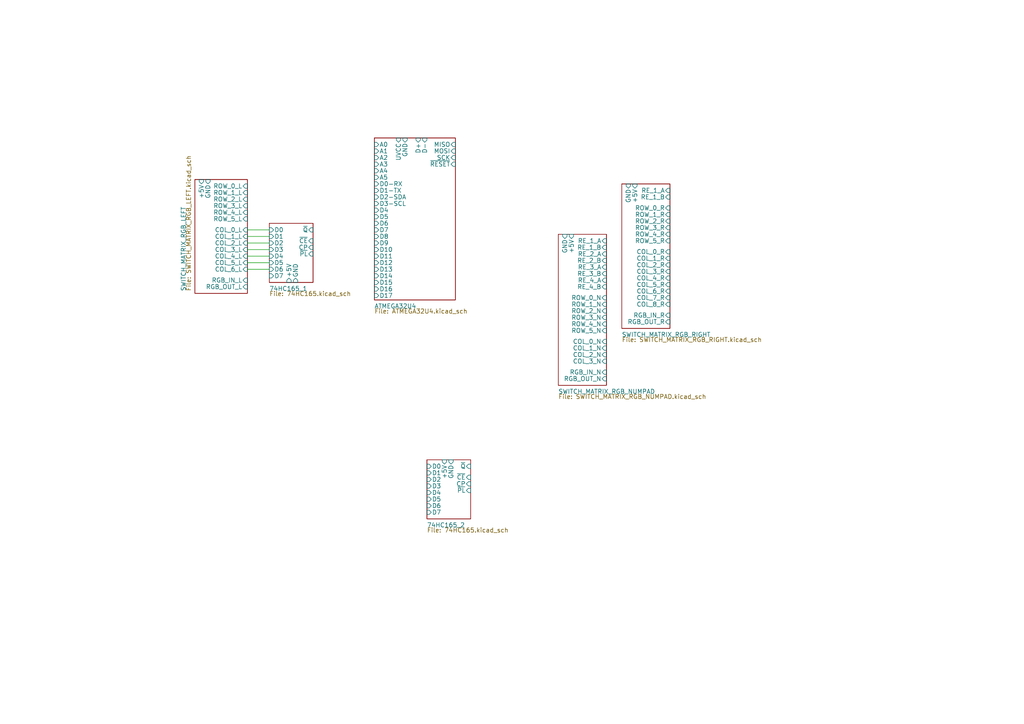
<source format=kicad_sch>
(kicad_sch (version 20230121) (generator eeschema)
  (paper "A4")
  (lib_symbols)
  (wire (pts (xy 71.755 66.675) (xy 78.105 66.675)))
  (wire (pts (xy 71.755 68.58) (xy 78.105 68.58)))
  (wire (pts (xy 71.755 72.39) (xy 78.105 72.39)))
  (wire (pts (xy 71.755 78.105) (xy 78.105 78.105)))
  (wire (pts (xy 71.755 74.295) (xy 78.105 74.295)))
  (wire (pts (xy 71.755 70.485) (xy 78.105 70.485)))
  (wire (pts (xy 71.755 76.2) (xy 78.105 76.2)))
  (sheet (at 108.585 40.005) (size 23.495 46.99) (stroke (width 0.1524))
    (property "Sheetname" "ATMEGA32U4" (at 108.585 89.535 0) (effects (justify left bottom)))
    (property "Sheetfile" "ATMEGA32U4.kicad_sch" (at 108.585 89.535 0) (effects (justify left top)))
    (pin "A1" input (at 108.585 43.815 180))
    (pin "A2" input (at 108.585 45.72 180))
    (pin "UVCC" input (at 115.57 40.005 90))
    (pin "D17" input (at 108.585 85.725 180))
    (pin "D1-TX" input (at 108.585 55.245 180))
    (pin "D11" input (at 108.585 74.295 180))
    (pin "D3-SCL" input (at 108.585 59.055 180))
    (pin "D0-RX" input (at 108.585 53.34 180))
    (pin "D10" input (at 108.585 72.39 180))
    (pin "D2-SDA" input (at 108.585 57.15 180))
    (pin "MISO" input (at 132.08 41.91 0))
    (pin "MOSI" input (at 132.08 43.815 0))
    (pin "SCK" input (at 132.08 45.72 0))
    (pin "D8" input (at 108.585 68.58 180))
    (pin "D9" input (at 108.585 70.485 180))
    (pin "D+" input (at 121.285 40.005 90))
    (pin "D-" input (at 123.19 40.005 90))
    (pin "D4" input (at 108.585 60.96 180))
    (pin "A0" input (at 108.585 41.91 180))
    (pin "D13" input (at 108.585 78.105 180))
    (pin "D6" input (at 108.585 64.77 180))
    (pin "D5" input (at 108.585 62.865 180))
    (pin "D12" input (at 108.585 76.2 180))
    (pin "D7" input (at 108.585 66.675 180))
    (pin "A4" input (at 108.585 49.53 180))
    (pin "A3" input (at 108.585 47.625 180))
    (pin "A5" input (at 108.585 51.435 180))
    (pin "D15" input (at 108.585 81.915 180))
    (pin "D16" input (at 108.585 83.82 180))
    (pin "D14" input (at 108.585 80.01 180))
    (pin "GND" input (at 117.475 40.005 90))
    (pin "~{RESET}" input (at 132.08 47.625 0))
  )
  (sheet (at 123.825 133.35) (size 12.7 17.145) (stroke (width 0.1524))
    (property "Sheetname" "74HC165_2" (at 123.825 153.035 0) (effects (justify left bottom)))
    (property "Sheetfile" "74HC165.kicad_sch" (at 123.825 153.035 0) (effects (justify left top)))
    (pin "D0" input (at 123.825 135.255 180))
    (pin "D1" input (at 123.825 137.16 180))
    (pin "~{Q}" input (at 136.525 135.255 0))
    (pin "~{CE}" input (at 136.525 138.43 0))
    (pin "~{PL}" input (at 136.525 142.24 0))
    (pin "CP" input (at 136.525 140.335 0))
    (pin "D2" input (at 123.825 139.065 180))
    (pin "D5" input (at 123.825 144.78 180))
    (pin "D4" input (at 123.825 142.875 180))
    (pin "D6" input (at 123.825 146.685 180))
    (pin "D3" input (at 123.825 140.97 180))
    (pin "D7" input (at 123.825 148.59 180))
    (pin "+5V" input (at 128.905 133.35 90))
    (pin "GND" input (at 130.81 133.35 90))
  )
  (sheet (at 180.34 53.34) (size 13.97 41.91) (stroke (width 0.1524))
    (property "Sheetname" "SWITCH_MATRIX_RGB_RIGHT" (at 180.34 97.79 0) (effects (justify left bottom)))
    (property "Sheetfile" "SWITCH_MATRIX_RGB_RIGHT.kicad_sch" (at 180.34 97.79 0) (effects (justify left top)))
    (pin "RE_1_A" input (at 194.31 55.245 0))
    (pin "COL_1_R" input (at 194.31 74.93 0))
    (pin "COL_0_R" input (at 194.31 73.025 0))
    (pin "COL_2_R" input (at 194.31 76.835 0))
    (pin "RE_1_B" input (at 194.31 57.15 0))
    (pin "GND" input (at 182.245 53.34 90))
    (pin "+5V" input (at 184.15 53.34 90))
    (pin "COL_4_R" input (at 194.31 80.645 0))
    (pin "COL_3_R" input (at 194.31 78.74 0))
    (pin "RGB_OUT_R" input (at 194.31 93.345 0))
    (pin "ROW_3_R" input (at 194.31 66.04 0))
    (pin "ROW_2_R" input (at 194.31 64.135 0))
    (pin "ROW_4_R" input (at 194.31 67.945 0))
    (pin "ROW_5_R" input (at 194.31 69.85 0))
    (pin "COL_7_R" input (at 194.31 86.36 0))
    (pin "COL_8_R" input (at 194.31 88.265 0))
    (pin "ROW_0_R" input (at 194.31 60.325 0))
    (pin "ROW_1_R" input (at 194.31 62.23 0))
    (pin "COL_6_R" input (at 194.31 84.455 0))
    (pin "COL_5_R" input (at 194.31 82.55 0))
    (pin "RGB_IN_R" input (at 194.31 91.44 0))
  )
  (sheet (at 78.105 64.77) (size 12.7 17.145) (stroke (width 0.1524))
    (property "Sheetname" "74HC165_1" (at 78.105 84.455 0) (effects (justify left bottom)))
    (property "Sheetfile" "74HC165.kicad_sch" (at 78.105 84.455 0) (effects (justify left top)))
    (pin "D0" input (at 78.105 66.675 180))
    (pin "D1" input (at 78.105 68.58 180))
    (pin "~{Q}" input (at 90.805 66.675 0))
    (pin "~{CE}" input (at 90.805 69.85 0))
    (pin "~{PL}" input (at 90.805 73.66 0))
    (pin "CP" input (at 90.805 71.755 0))
    (pin "D2" input (at 78.105 70.485 180))
    (pin "D5" input (at 78.105 76.2 180))
    (pin "D4" input (at 78.105 74.295 180))
    (pin "D6" input (at 78.105 78.105 180))
    (pin "D3" input (at 78.105 72.39 180))
    (pin "D7" input (at 78.105 80.01 180))
    (pin "+5V" input (at 83.82 81.915 270))
    (pin "GND" input (at 85.725 81.915 270))
  )
  (sheet (at 161.925 67.945) (size 13.97 43.815) (stroke (width 0.1524))
    (property "Sheetname" "SWITCH_MATRIX_RGB_NUMPAD" (at 161.925 114.3 0) (effects (justify left bottom)))
    (property "Sheetfile" "SWITCH_MATRIX_RGB_NUMPAD.kicad_sch" (at 161.925 114.3 0) (effects (justify left top)))
    (pin "RE_2_A" input (at 175.895 73.66 0))
    (pin "RE_1_A" input (at 175.895 69.85 0))
    (pin "RE_2_B" input (at 175.895 75.565 0))
    (pin "RE_4_A" input (at 175.895 81.28 0))
    (pin "RE_4_B" input (at 175.895 83.185 0))
    (pin "RE_3_B" input (at 175.895 79.375 0))
    (pin "RE_3_A" input (at 175.895 77.47 0))
    (pin "COL_3_N" input (at 175.895 104.775 0))
    (pin "ROW_0_N" input (at 175.895 86.36 0))
    (pin "GND" input (at 163.83 67.945 90))
    (pin "RE_1_B" input (at 175.895 71.755 0))
    (pin "ROW_5_N" input (at 175.895 95.885 0))
    (pin "ROW_4_N" input (at 175.895 93.98 0))
    (pin "ROW_3_N" input (at 175.895 92.075 0))
    (pin "ROW_1_N" input (at 175.895 88.265 0))
    (pin "ROW_2_N" input (at 175.895 90.17 0))
    (pin "COL_1_N" input (at 175.895 100.965 0))
    (pin "COL_2_N" input (at 175.895 102.87 0))
    (pin "COL_0_N" input (at 175.895 99.06 0))
    (pin "RGB_OUT_N" input (at 175.895 109.855 0))
    (pin "RGB_IN_N" input (at 175.895 107.95 0))
    (pin "+5V" input (at 165.735 67.945 90))
  )
  (sheet (at 56.515 52.07) (size 15.24 33.02) (stroke (width 0.1524))
    (property "Sheetname" "SWITCH_MATRIX_RGB_LEFT" (at 53.975 84.455 90) (effects (justify left bottom)))
    (property "Sheetfile" "SWITCH_MATRIX_RGB_LEFT.kicad_sch" (at 53.975 84.455 90) (effects (justify left top)))
    (pin "COL_3_L" input (at 71.755 72.39 0))
    (pin "ROW_3_L" input (at 71.755 59.69 0))
    (pin "ROW_2_L" input (at 71.755 57.785 0))
    (pin "ROW_0_L" input (at 71.755 53.975 0))
    (pin "ROW_1_L" input (at 71.755 55.88 0))
    (pin "COL_6_L" input (at 71.755 78.105 0))
    (pin "ROW_4_L" input (at 71.755 61.595 0))
    (pin "ROW_5_L" input (at 71.755 63.5 0))
    (pin "COL_5_L" input (at 71.755 76.2 0))
    (pin "COL_4_L" input (at 71.755 74.295 0))
    (pin "RGB_IN_L" input (at 71.755 81.28 0))
    (pin "GND" input (at 60.325 52.07 90))
    (pin "RGB_OUT_L" input (at 71.755 83.185 0))
    (pin "COL_0_L" input (at 71.755 66.675 0))
    (pin "COL_2_L" input (at 71.755 70.485 0))
    (pin "COL_1_L" input (at 71.755 68.58 0))
    (pin "+5V" input (at 58.42 52.07 90))
  )
)
</source>
